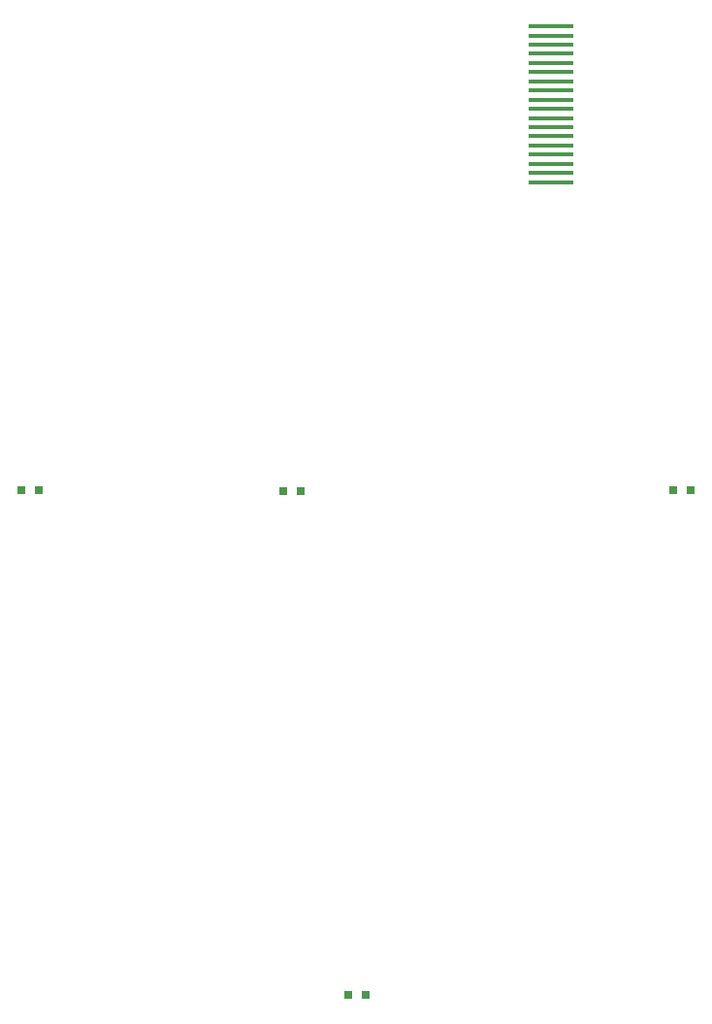
<source format=gbp>
%FSDAX24Y24*%
%MOIN*%
%SFA1B1*%

%IPPOS*%
%ADD68O,0.157500X0.015700*%
%ADD69R,0.157500X0.015700*%
%ADD70R,0.031500X0.031500*%
%LNde-290817-1*%
%LPD*%
G54D68*
X033772Y051496D03*
Y051811D03*
Y052126D03*
Y052441D03*
Y052756D03*
Y053071D03*
Y053386D03*
Y053701D03*
Y054016D03*
Y054331D03*
Y054646D03*
Y054961D03*
Y055276D03*
Y055591D03*
Y055906D03*
Y056221D03*
Y056536D03*
G54D69*
X033772Y056851D03*
G54D70*
X027375Y023583D03*
X026784D03*
X016154Y040906D03*
X015564D03*
X024555Y040900D03*
X025145D03*
X038545Y040906D03*
X037955D03*
M02*
</source>
